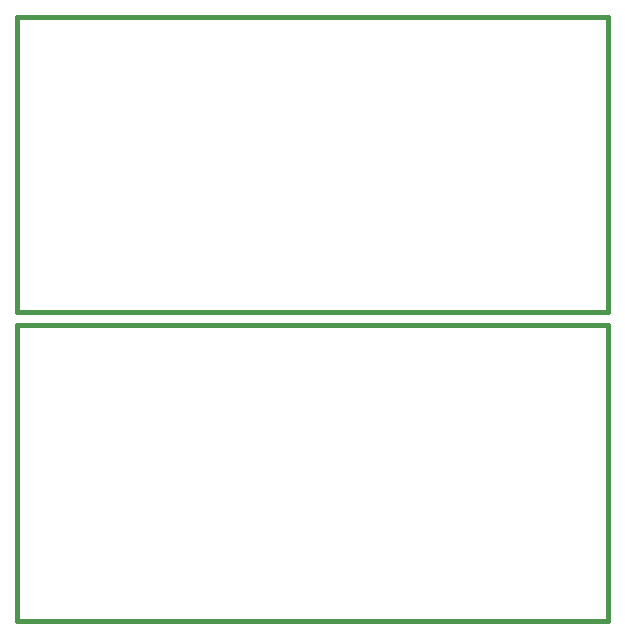
<source format=gko>
%FSLAX33Y33*%
%MOMM*%
%ADD10C,0.381*%
D10*
%LNpath-0*%
G01*
X0Y26100D02*
X50000Y26100D01*
X50000Y51100*
X0Y51100*
X0Y26100*
%LNpath-1*%
X0Y0D02*
X50000Y0D01*
X50000Y25000*
X0Y25000*
X0Y0*
%LNmechanical details_traces*%
M02*
</source>
